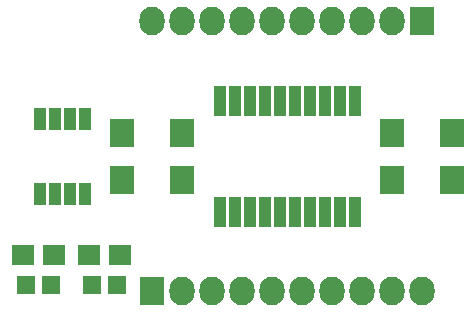
<source format=gbr>
G04 #@! TF.FileFunction,Soldermask,Top*
%FSLAX46Y46*%
G04 Gerber Fmt 4.6, Leading zero omitted, Abs format (unit mm)*
G04 Created by KiCad (PCBNEW 4.0.1-stable) date Monday, February 29, 2016 'PMt' 01:12:21 PM*
%MOMM*%
G01*
G04 APERTURE LIST*
%ADD10C,0.150000*%
%ADD11R,2.000000X2.400000*%
%ADD12R,2.127200X2.432000*%
%ADD13O,2.127200X2.432000*%
%ADD14R,1.598880X1.598880*%
%ADD15R,1.900000X1.700000*%
%ADD16R,1.000000X2.600000*%
%ADD17R,1.000000X1.900000*%
G04 APERTURE END LIST*
D10*
D11*
X139700000Y-105950000D03*
X139700000Y-109950000D03*
X144780000Y-105950000D03*
X144780000Y-109950000D03*
X162560000Y-109950000D03*
X162560000Y-105950000D03*
X167640000Y-109950000D03*
X167640000Y-105950000D03*
D12*
X142240000Y-119380000D03*
D13*
X144780000Y-119380000D03*
X147320000Y-119380000D03*
X149860000Y-119380000D03*
X152400000Y-119380000D03*
X154940000Y-119380000D03*
X157480000Y-119380000D03*
X160020000Y-119380000D03*
X162560000Y-119380000D03*
X165100000Y-119380000D03*
D12*
X165100000Y-96520000D03*
D13*
X162560000Y-96520000D03*
X160020000Y-96520000D03*
X157480000Y-96520000D03*
X154940000Y-96520000D03*
X152400000Y-96520000D03*
X149860000Y-96520000D03*
X147320000Y-96520000D03*
X144780000Y-96520000D03*
X142240000Y-96520000D03*
D14*
X131538980Y-118872000D03*
X133637020Y-118872000D03*
X139225020Y-118872000D03*
X137126980Y-118872000D03*
D15*
X131238000Y-116332000D03*
X133938000Y-116332000D03*
X136826000Y-116332000D03*
X139526000Y-116332000D03*
D16*
X147955000Y-103250000D03*
X147955000Y-112650000D03*
X149225000Y-103250000D03*
X149225000Y-112650000D03*
X150495000Y-103250000D03*
X150495000Y-112650000D03*
X151765000Y-103250000D03*
X151765000Y-112650000D03*
X153035000Y-103250000D03*
X153035000Y-112650000D03*
X154305000Y-103250000D03*
X154305000Y-112650000D03*
X155575000Y-103250000D03*
X155575000Y-112650000D03*
X156845000Y-103250000D03*
X156845000Y-112650000D03*
X158115000Y-103250000D03*
X158115000Y-112650000D03*
X159385000Y-103250000D03*
X159385000Y-112650000D03*
D17*
X132715000Y-104775000D03*
X133985000Y-104775000D03*
X135255000Y-104775000D03*
X136525000Y-104775000D03*
X136525000Y-111125000D03*
X135255000Y-111125000D03*
X133985000Y-111125000D03*
X132715000Y-111125000D03*
M02*

</source>
